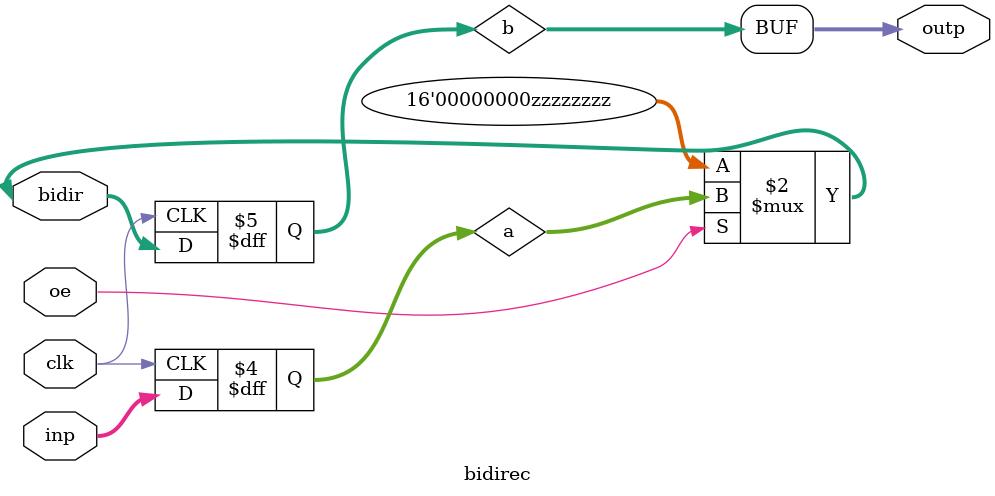
<source format=v>
module bidirec (oe, clk, inp, outp, bidir);

// Port Declaration

input   oe;
input   clk;
input   [15:0] inp;
output  [15:0] outp;
inout   [15:0] bidir;

reg     [15:0] a;
reg     [15:0] b;

assign bidir = oe ? a : 8'bZ ;
assign outp  = b;

// Always Construct

always @ (posedge clk)
begin
    b <= bidir;
    a <= inp;
end

endmodule
</source>
